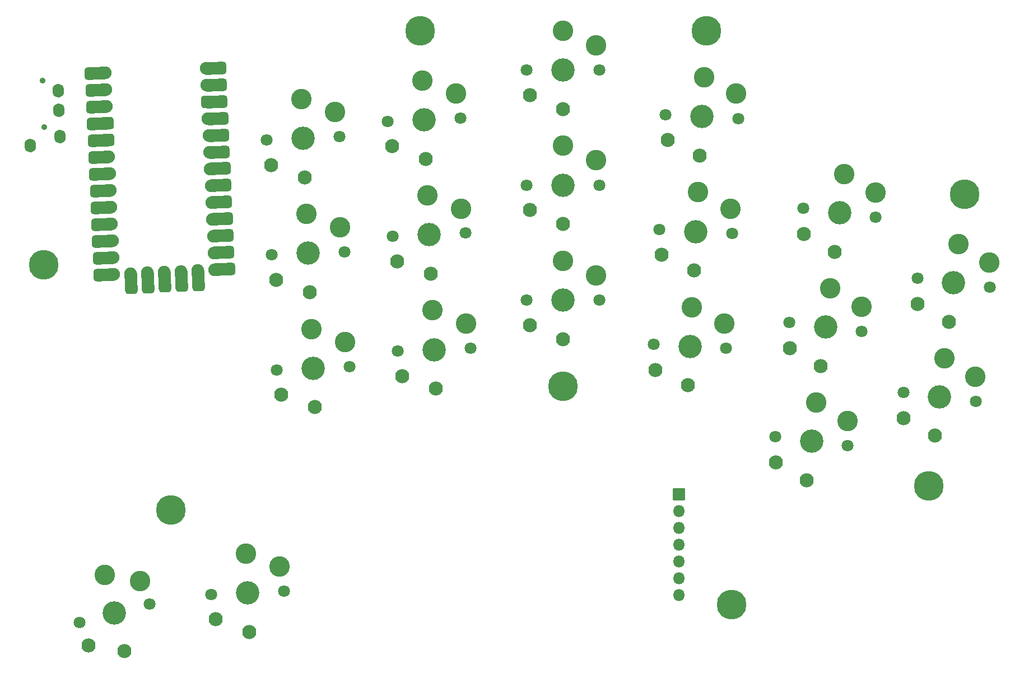
<source format=gts>
G04 #@! TF.GenerationSoftware,KiCad,Pcbnew,8.0.5-dirty*
G04 #@! TF.CreationDate,2024-10-14T15:43:55+03:00*
G04 #@! TF.ProjectId,Kivipallur_right,4b697669-7061-46c6-9c75-725f72696768,1*
G04 #@! TF.SameCoordinates,Original*
G04 #@! TF.FileFunction,Soldermask,Top*
G04 #@! TF.FilePolarity,Negative*
%FSLAX46Y46*%
G04 Gerber Fmt 4.6, Leading zero omitted, Abs format (unit mm)*
G04 Created by KiCad (PCBNEW 8.0.5-dirty) date 2024-10-14 15:43:55*
%MOMM*%
%LPD*%
G01*
G04 APERTURE LIST*
G04 Aperture macros list*
%AMRoundRect*
0 Rectangle with rounded corners*
0 $1 Rounding radius*
0 $2 $3 $4 $5 $6 $7 $8 $9 X,Y pos of 4 corners*
0 Add a 4 corners polygon primitive as box body*
4,1,4,$2,$3,$4,$5,$6,$7,$8,$9,$2,$3,0*
0 Add four circle primitives for the rounded corners*
1,1,$1+$1,$2,$3*
1,1,$1+$1,$4,$5*
1,1,$1+$1,$6,$7*
1,1,$1+$1,$8,$9*
0 Add four rect primitives between the rounded corners*
20,1,$1+$1,$2,$3,$4,$5,0*
20,1,$1+$1,$4,$5,$6,$7,0*
20,1,$1+$1,$6,$7,$8,$9,0*
20,1,$1+$1,$8,$9,$2,$3,0*%
%AMHorizOval*
0 Thick line with rounded ends*
0 $1 width*
0 $2 $3 position (X,Y) of the first rounded end (center of the circle)*
0 $4 $5 position (X,Y) of the second rounded end (center of the circle)*
0 Add line between two ends*
20,1,$1,$2,$3,$4,$5,0*
0 Add two circle primitives to create the rounded ends*
1,1,$1,$2,$3*
1,1,$1,$4,$5*%
G04 Aperture macros list end*
%ADD10C,4.500000*%
%ADD11C,1.801800*%
%ADD12C,3.100000*%
%ADD13C,3.529000*%
%ADD14C,2.132000*%
%ADD15RoundRect,0.050000X-0.850000X-0.850000X0.850000X-0.850000X0.850000X0.850000X-0.850000X0.850000X0*%
%ADD16O,1.800000X1.800000*%
%ADD17RoundRect,0.475000X-1.303020X-0.532344X1.344458X-0.416752X1.303020X0.532344X-1.344458X0.416752X0*%
%ADD18C,1.900000*%
%ADD19RoundRect,0.475000X-0.453829X-0.495267X0.495267X-0.453829X0.453829X0.495267X-0.495267X0.453829X0*%
%ADD20RoundRect,0.475000X0.532344X-1.303020X0.416752X1.344458X-0.532344X1.303020X-0.416752X-1.344458X0*%
%ADD21RoundRect,0.475000X1.303020X0.532344X-1.344458X0.416752X-1.303020X-0.532344X1.344458X-0.416752X0*%
%ADD22C,0.900000*%
%ADD23HorizOval,1.700000X-0.008724X0.199810X0.008724X-0.199810X0*%
G04 APERTURE END LIST*
D10*
X152571278Y-99283709D03*
D11*
X108522287Y-79440870D03*
D12*
X113757517Y-73256626D03*
D13*
X114017052Y-79200963D03*
D12*
X118848720Y-75236435D03*
D11*
X119511817Y-78961056D03*
D14*
X114274406Y-85095348D03*
X109187565Y-83215443D03*
D11*
X167148722Y-75632036D03*
D12*
X172952583Y-69978038D03*
D13*
X172641184Y-75919884D03*
D12*
X177830592Y-72436703D03*
D11*
X178133646Y-76207732D03*
D14*
X172332402Y-81811798D03*
X167449160Y-79452996D03*
D11*
X109281264Y-96824309D03*
D12*
X114516494Y-90640065D03*
D13*
X114776029Y-96584402D03*
D12*
X119607697Y-92619874D03*
D11*
X120270794Y-96344495D03*
D14*
X115033383Y-102478787D03*
X109946542Y-100598882D03*
D11*
X107763310Y-62057431D03*
D12*
X112998540Y-55873187D03*
D13*
X113258075Y-61817524D03*
D12*
X118089743Y-57852996D03*
D11*
X118752840Y-61577617D03*
D14*
X113515429Y-67711909D03*
X108428588Y-65832004D03*
D11*
X147071278Y-68883709D03*
D12*
X152571278Y-62933709D03*
D13*
X152571278Y-68883709D03*
D12*
X157571278Y-65133709D03*
D11*
X158071278Y-68883709D03*
D14*
X152571278Y-74783709D03*
X147571278Y-72683709D03*
D10*
X207833466Y-114352832D03*
D11*
X147071278Y-86283709D03*
D12*
X152571278Y-80333709D03*
D13*
X152571278Y-86283709D03*
D12*
X157571278Y-82533709D03*
D11*
X158071278Y-86283709D03*
D14*
X152571278Y-92183709D03*
X147571278Y-90083709D03*
D11*
X166238076Y-93008190D03*
D12*
X172041937Y-87354192D03*
D13*
X171730538Y-93296038D03*
D12*
X176919946Y-89812857D03*
D11*
X177223000Y-93583886D03*
D14*
X171421756Y-99187952D03*
X166538514Y-96829150D03*
D11*
X99353364Y-130789686D03*
D12*
X104588594Y-124605442D03*
D13*
X104848129Y-130549779D03*
D12*
X109679797Y-126585251D03*
D11*
X110342894Y-130309872D03*
D14*
X105105483Y-136444164D03*
X100018642Y-134564259D03*
D11*
X186780552Y-89703394D03*
D12*
X192964679Y-84468025D03*
D13*
X192239556Y-90373675D03*
D12*
X197659297Y-87260974D03*
D11*
X197698560Y-91043956D03*
D14*
X191520527Y-96229697D03*
X186813722Y-93536004D03*
D11*
X127576513Y-94023616D03*
D12*
X132811743Y-87839372D03*
D13*
X133071278Y-93783709D03*
D12*
X137902946Y-89819181D03*
D11*
X138566043Y-93543802D03*
D14*
X133328632Y-99678094D03*
X128241791Y-97798189D03*
D11*
X188901078Y-72433091D03*
D12*
X195085205Y-67197722D03*
D13*
X194360082Y-73103372D03*
D12*
X199779823Y-69990671D03*
D11*
X199819086Y-73773653D03*
D14*
X193641053Y-78959394D03*
X188934248Y-76265701D03*
D11*
X184660025Y-106973697D03*
D12*
X190844152Y-101738328D03*
D13*
X190119029Y-107643978D03*
D12*
X195538770Y-104531277D03*
D11*
X195578033Y-108314259D03*
D14*
X189400000Y-113500000D03*
X184693195Y-110806307D03*
D11*
X206140225Y-83012875D03*
D12*
X212324352Y-77777506D03*
D13*
X211599229Y-83683156D03*
D12*
X217018970Y-80570455D03*
D11*
X217058233Y-84353437D03*
D14*
X210880200Y-89539178D03*
X206173395Y-86845485D03*
D10*
X74055123Y-80945739D03*
X93291547Y-118041965D03*
D15*
X170083140Y-115655621D03*
D16*
X170083140Y-118195621D03*
X170083140Y-120735621D03*
X170083140Y-123275621D03*
X170083140Y-125815621D03*
X170083140Y-128355621D03*
X170083140Y-130895621D03*
D11*
X168059367Y-58255882D03*
D12*
X173863228Y-52601884D03*
D13*
X173551829Y-58543730D03*
D12*
X178741237Y-55060549D03*
D11*
X179044291Y-58831578D03*
D14*
X173243047Y-64435644D03*
X168359805Y-62076842D03*
D11*
X147071278Y-51483709D03*
D12*
X152571278Y-45533709D03*
D13*
X152571278Y-51483709D03*
D12*
X157571278Y-47733709D03*
D11*
X158071278Y-51483709D03*
D14*
X152571278Y-57383709D03*
X147571278Y-55283709D03*
D17*
X82162267Y-54513002D03*
D18*
X83461030Y-54456297D03*
D17*
X82273060Y-57050585D03*
D18*
X83571823Y-56993880D03*
D17*
X82383855Y-59588167D03*
D19*
X83682616Y-59531462D03*
D17*
X82494647Y-62125750D03*
D19*
X83793409Y-62069045D03*
D17*
X82605440Y-64663332D03*
D18*
X83904203Y-64606627D03*
D17*
X82716233Y-67200915D03*
D18*
X84014996Y-67144209D03*
D17*
X82827026Y-69738497D03*
D18*
X84125789Y-69681792D03*
D17*
X82937820Y-72276080D03*
D18*
X84236582Y-72219374D03*
D17*
X83048613Y-74813662D03*
D18*
X84347376Y-74756957D03*
D17*
X83159406Y-77351245D03*
D18*
X84458169Y-77294539D03*
D17*
X83270199Y-79888827D03*
D18*
X84568962Y-79832122D03*
D17*
X83380993Y-82426410D03*
D18*
X84679755Y-82369704D03*
X98686525Y-53791538D03*
D17*
X99985287Y-53734832D03*
D19*
X98797318Y-56329120D03*
D17*
X100096081Y-56272415D03*
D18*
X98908111Y-58866703D03*
D17*
X100206874Y-58809997D03*
D18*
X99018904Y-61404285D03*
D17*
X100317667Y-61347580D03*
D18*
X99129698Y-63941868D03*
D17*
X100428460Y-63885162D03*
D18*
X99240491Y-66479450D03*
D17*
X100539254Y-66422745D03*
D18*
X99351284Y-69017033D03*
D17*
X100650047Y-68960327D03*
D18*
X99462077Y-71554615D03*
D17*
X100760840Y-71497910D03*
D18*
X99572871Y-74092197D03*
D17*
X100871633Y-74035492D03*
D18*
X99683664Y-76629780D03*
D17*
X100982425Y-76573075D03*
D18*
X99794457Y-79167362D03*
D17*
X101093220Y-79110657D03*
D18*
X99905250Y-81704945D03*
D17*
X101204013Y-81648240D03*
D18*
X87217338Y-82258911D03*
D20*
X87274043Y-83557674D03*
D18*
X89754920Y-82148118D03*
D20*
X89811626Y-83446881D03*
D18*
X92292503Y-82037325D03*
D20*
X92349208Y-83336087D03*
D18*
X94830085Y-81926531D03*
D20*
X94886791Y-83225294D03*
D18*
X97367668Y-81815738D03*
D20*
X97424373Y-83114501D03*
D18*
X98575731Y-51253955D03*
D21*
X99874494Y-51197250D03*
D17*
X82051474Y-51975420D03*
D18*
X83350236Y-51918715D03*
D11*
X126817536Y-76640177D03*
D12*
X132052766Y-70455933D03*
D13*
X132312301Y-76400270D03*
D12*
X137143969Y-72435742D03*
D11*
X137807066Y-76160363D03*
D14*
X132569655Y-82294655D03*
X127482814Y-80414750D03*
D10*
X213244465Y-70283783D03*
D22*
X73877804Y-53087283D03*
X74183140Y-60080621D03*
D23*
X76376264Y-57582580D03*
X76245406Y-54585436D03*
X72003101Y-62878373D03*
X76550742Y-61578773D03*
D10*
X174232197Y-45561546D03*
X178017511Y-132353354D03*
X130964461Y-45529680D03*
D11*
X126058558Y-59256738D03*
D12*
X131293788Y-53072494D03*
D13*
X131553323Y-59016831D03*
D12*
X136384991Y-55052303D03*
D11*
X137048088Y-58776924D03*
D14*
X131810677Y-64911216D03*
X126723836Y-63031311D03*
D11*
X204019698Y-100283178D03*
D12*
X210203825Y-95047809D03*
D13*
X209478702Y-100953459D03*
D12*
X214898443Y-97840758D03*
D11*
X214937706Y-101623740D03*
D14*
X208759673Y-106809481D03*
X204052868Y-104115788D03*
D11*
X79438506Y-135005887D03*
D12*
X83273557Y-127868319D03*
D13*
X84763318Y-133628797D03*
D12*
X88665131Y-128746343D03*
D11*
X90088130Y-132251707D03*
D14*
X86240560Y-139340868D03*
X80874024Y-138559658D03*
M02*

</source>
